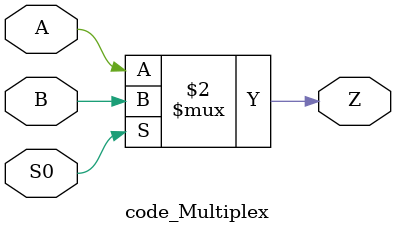
<source format=v>
`timescale 1ns / 1ps


module code_Multiplex(
    input A,
    input B,
    input S0,
    output Z
    );
    
    assign Z = ~S0 ? A : B;
endmodule

</source>
